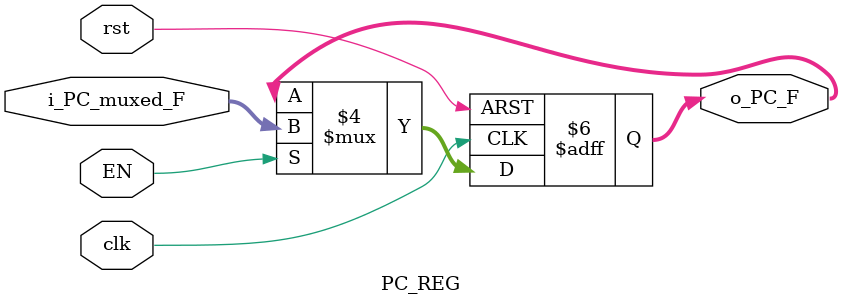
<source format=v>
module PC_REG #(
    parameter INST_Width ='d32
) (
    input wire clk,
    input wire rst,
    input wire EN,
    input wire [INST_Width-1:0] i_PC_muxed_F,
    output reg [INST_Width-1:0] o_PC_F
);
    
localparam RST_VAlue = $pow('d2, INST_Width)-'d4	 ;    

always @(posedge clk or negedge rst) begin
    if(!rst)
    begin
        o_PC_F<=RST_VAlue;
    end
    else if (EN) begin
        o_PC_F<=i_PC_muxed_F;
    end
    else
    begin
      o_PC_F<=o_PC_F;  
    end
end

    
endmodule
</source>
